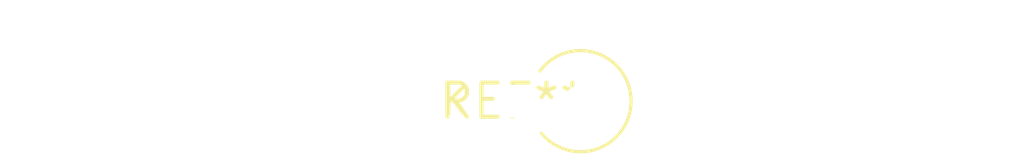
<source format=kicad_pcb>
(kicad_pcb (version 20240108) (generator pcbnew)
  (layers (0 "F.Cu" signal) (31 "B.Cu" signal) (34 "B.Paste" user) (35 "F.Paste" user) (36 "B.SilkS" user "B.Silkscreen") (37 "F.SilkS" user "F.Silkscreen") (38 "B.Mask" user) (39 "F.Mask" user) (44 "Edge.Cuts" user))
  (net 0 "")
  (footprint "D_DO-15_P2.54mm_Vertical_KathodeUp" (layer "F.Cu") (at 0 0)
    (property "Reference" "REF**")
    (property "Value" "D_DO-15_P2.54mm_Vertical_KathodeUp")
    (fp_arc (start 1.025404 -1.12) (mid 4.423124 -0.047368) (end 1.083629 1.194732) (layer "F.SilkS") (stroke (width 0.12)))
    (fp_text user "K" (at -2.12 0 0) (layer "F.SilkS"))
    (pad "1" thru_hole rect (at 0 0) (size 2.24 2.24) (drill 1.2) (layers *.Cu *.Mask) (remove_unused_layers))
    (pad "2" thru_hole oval (at 2.54 0) (size 2.24 2.24) (drill 1.2) (layers *.Cu *.Mask) (remove_unused_layers))
  )
)
</source>
